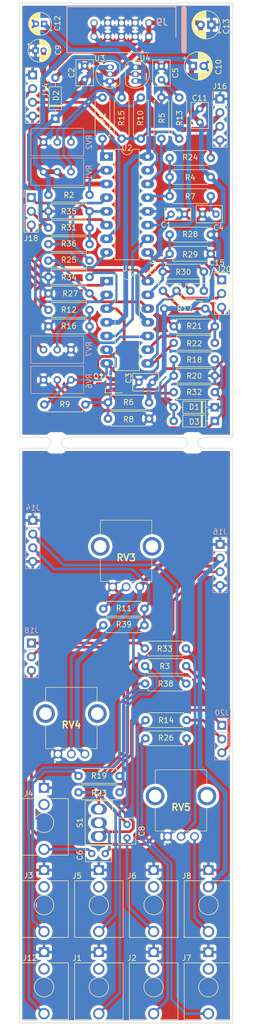
<source format=kicad_pcb>
(kicad_pcb (version 20211014) (generator pcbnew)
  (layers (0 "F.Cu" signal) (31 "B.Cu" signal) (34 "B.Paste" user) (35 "F.Paste" user) (36 "B.SilkS" user "B.Silkscreen") (37 "F.SilkS" user "F.Silkscreen") (38 "B.Mask" user) (39 "F.Mask" user) (44 "Edge.Cuts" user))
  (net 0 "")
  (net 1 "Net-(C1-Pad1)")
  (net 2 "GND")
  (net 3 "-5VA")
  (net 4 "+12VA")
  (net 5 "Net-(C4-Pad1)")
  (net 6 "Net-(C5-Pad1)")
  (net 7 "-12VA")
  (net 8 "+5VA")
  (net 9 "Net-(C14-Pad1)")
  (net 10 "/SAW_RAW")
  (net 11 "Net-(C15-Pad1)")
  (net 12 "/PULSE_RAW")
  (net 13 "Net-(D1-Pad2)")
  (net 14 "Net-(D3-Pad1)")
  (net 15 "/SIN_RAW")
  (net 16 "/CV_NODE")
  (net 17 "/LINFM_IN")
  (net 18 "/PWM_IN")
  (net 19 "/HARD_SYNC")
  (net 20 "/SOFT_SYNC")
  (net 21 "/TRI_RAW")
  (net 22 "Net-(Q1-Pad1)")
  (net 23 "Net-(Q1-Pad2)")
  (net 24 "Net-(R1-Pad1)")
  (net 25 "Net-(R1-Pad2)")
  (net 26 "Net-(R2-Pad2)")
  (net 27 "/LIN_FM")
  (net 28 "Net-(R5-Pad1)")
  (net 29 "Net-(R6-Pad1)")
  (net 30 "Net-(R10-Pad1)")
  (net 31 "/SAW_OUT")
  (net 32 "Net-(R12-Pad2)")
  (net 33 "/PULSE_OUT")
  (net 34 "Net-(R25-Pad2)")
  (net 35 "Net-(RV2-Pad1)")
  (net 36 "Net-(RV7-Pad2)")
  (net 37 "/TRIANGLE_OUT")
  (net 38 "Net-(C6-Pad2)")
  (net 39 "/SYNC")
  (net 40 "/LINFM")
  (net 42 "/TRI")
  (net 44 "/SAW")
  (net 46 "/CV1")
  (net 49 "/CV2")
  (net 52 "/PULSE")
  (net 53 "/PWM")
  (net 55 "/SIN")
  (net 56 "Net-(R11-Pad1)")
  (net 57 "Net-(R33-Pad1)")
  (net 58 "Net-(R39-Pad1)")
  (footprint "Capacitor_THT:CP_Radial_D5.0mm_P2.00mm" (layer "F.Cu") (at 54.48 20.05708 180)
    (fp_text reference "C13")
    (fp_text value "10u")
  )
  (footprint "Resistor_THT:R_Axial_DIN0207_L6.3mm_D2.5mm_P7.62mm_Horizontal" (layer "F.Cu") (at 24.271 51.55508)
    (fp_text reference "R2")
    (fp_text value "5.6k")
  )
  (footprint "Connector_PinHeader_2.54mm:PinHeader_1x04_P2.54mm_Vertical" (layer "F.Cu") (at 56.06 33.78708)
    (fp_text reference "J16")
    (fp_text value "Top Right (M)")
  )
  (footprint "Resistor_THT:R_Axial_DIN0207_L6.3mm_D2.5mm_P7.62mm_Horizontal" (layer "F.Cu") (at 42.193 142.133)
    (fp_text reference "R38")
    (fp_text value "1k")
  )
  (footprint "Capacitor_THT:C_Rect_L4.6mm_W3.0mm_P2.50mm_MKS02_FKP02" (layer "F.Cu") (at 32.303 173.636)
    (fp_text reference "C6")
    (fp_text value "10n")
  )
  (footprint "Resistor_THT:R_Axial_DIN0207_L6.3mm_D2.5mm_P7.62mm_Horizontal" (layer "F.Cu") (at 47.5 78.99308)
    (fp_text reference "R22")
    (fp_text value "100k")
  )
  (footprint "SamacSys_Parts:RD901F4015R1B10K00DL1" (layer "F.Cu") (at 26.028 155.183)
    (fp_text reference "RV4")
    (fp_text value "100k" hide)
  )
  (footprint "Resistor_THT:R_Axial_DIN0207_L6.3mm_D2.5mm_P7.62mm_Horizontal" (layer "F.Cu") (at 53.088 65.79108 180)
    (fp_text reference "R30")
    (fp_text value "100k")
  )
  (footprint "Resistor_THT:R_Axial_DIN0207_L6.3mm_D2.5mm_P7.62mm_Horizontal" (layer "F.Cu") (at 24.271 69.84308)
    (fp_text reference "R27")
    (fp_text value "100k")
  )
  (footprint "Resistor_THT:R_Axial_DIN0207_L6.3mm_D2.5mm_P7.62mm_Horizontal" (layer "F.Cu") (at 54.358 44.721747 180)
    (fp_text reference "R24")
    (fp_text value "1M")
  )
  (footprint "Resistor_THT:R_Axial_DIN0207_L6.3mm_D2.5mm_P7.62mm_Horizontal" (layer "F.Cu") (at 29.843 159.246)
    (fp_text reference "R19")
    (fp_text value "100k")
  )
  (footprint "Resistor_THT:R_Axial_DIN0207_L6.3mm_D2.5mm_P7.62mm_Horizontal" (layer "F.Cu") (at 31.891 63.75308 180)
    (fp_text reference "R25")
    (fp_text value "180k")
  )
  (footprint "Capacitor_THT:C_Rect_L4.6mm_W3.0mm_P2.50mm_MKS02_FKP02" (layer "F.Cu") (at 30.99 27.69108 -90)
    (fp_text reference "C2")
    (fp_text value "100n")
  )
  (footprint "Capacitor_THT:CP_Radial_D4.0mm_P1.50mm" (layer "F.Cu") (at 23.4686 19.88508 180)
    (fp_text reference "C12")
    (fp_text value "1u")
  )
  (footprint "Package_DIP:DIP-14_W7.62mm_LongPads" (layer "F.Cu") (at 35.064 67.56408)
    (fp_text reference "U1")
    (fp_text value "TL074")
  )
  (footprint "Resistor_THT:R_Axial_DIN0207_L6.3mm_D2.5mm_P7.62mm_Horizontal" (layer "F.Cu") (at 42.268 148.908)
    (fp_text reference "R14")
    (fp_text value "1k")
  )
  (footprint "Package_TO_SOT_THT:TO-92_Inline" (layer "F.Cu") (at 35.668 30.48508 90)
    (fp_text reference "U3")
    (fp_text value "79L05")
  )
  (footprint "Resistor_THT:R_Axial_DIN0207_L6.3mm_D2.5mm_P7.62mm_Horizontal" (layer "F.Cu") (at 49.763 135.633 180)
    (fp_text reference "R33")
    (fp_text value "100k")
  )
  (footprint "Resistor_THT:R_Axial_DIN0207_L6.3mm_D2.5mm_P7.62mm_Horizontal" (layer "F.Cu") (at 55.12 88.13708 180)
    (fp_text reference "R32")
    (fp_text value "1k")
  )
  (footprint "Diode_THT:D_DO-35_SOD27_P7.62mm_Horizontal" (layer "F.Cu") (at 25.548 37.46908 90)
    (fp_text reference "D2")
    (fp_text value "1N4148")
  )
  (footprint "Connector_PinHeader_2.54mm:PinHeader_1x03_P2.54mm_Vertical" (layer "F.Cu") (at 21.084 52.07508)
    (fp_text reference "J18")
    (fp_text value "Bottom Left(M)")
  )
  (footprint "Connector_PinHeader_2.54mm:PinHeader_1x03_P2.54mm_Vertical" (layer "F.Cu") (at 56.39 67.32108)
    (fp_text reference "J20")
    (fp_text value "Bottom Right(M)")
  )
  (footprint "Resistor_THT:R_Axial_DIN0207_L6.3mm_D2.5mm_P7.62mm_Horizontal" (layer "F.Cu") (at 46.738 58.93308)
    (fp_text reference "R28")
    (fp_text value "240k")
  )
  (footprint "Resistor_THT:R_Axial_DIN0207_L6.3mm_D2.5mm_P7.62mm_Horizontal" (layer "F.Cu") (at 37.848 41.15308 90)
    (fp_text reference "R15")
    (fp_text value "220k")
  )
  (footprint "Connector_Audio:Jack_3.5mm_QingPu_WQP-PJ398SM_Vertical_CircularHoles" (layer "F.Cu") (at 53.933 191.903)
    (fp_text reference "J7")
    (fp_text value "JACK_2P")
  )
  (footprint "Resistor_THT:R_Axial_DIN0207_L6.3mm_D2.5mm_P7.62mm_Horizontal" (layer "F.Cu") (at 34.447 131.318)
    (fp_text reference "R39")
    (fp_text value "1.5M")
  )
  (footprint "Capacitor_THT:C_Rect_L4.0mm_W2.5mm_P2.50mm" (layer "F.Cu") (at 45.508 69.34708)
    (fp_text reference "C14")
    (fp_text value "10p")
  )
  (footprint "Panelization:mouse-bite-2mm-slot" (layer "F.Cu") (at 25.75 97.52)
    (fp_text reference "mouse-bite-2mm-slot" hide)
    (fp_text value "VAL**" hide)
  )
  (footprint "Resistor_THT:R_Axial_DIN0207_L6.3mm_D2.5mm_P7.62mm_Horizontal" (layer "F.Cu") (at 24.271 60.69908)
    (fp_text reference "R36")
    (fp_text value "10M")
  )
  (footprint "Resistor_THT:R_Axial_DIN0207_L6.3mm_D2.5mm_P7.62mm_Horizontal" (layer "F.Cu") (at 24.271 75.94508)
    (fp_text reference "R16")
    (fp_text value "100k")
  )
  (footprint "Resistor_THT:R_Axial_DIN0207_L6.3mm_D2.5mm_P7.62mm_Horizontal" (layer "F.Cu") (at 54.358 62.48908 180)
    (fp_text reference "R29")
    (fp_text value "91k")
  )
  (footprint "Resistor_THT:R_Axial_DIN0207_L6.3mm_D2.5mm_P7.62mm_Horizontal" (layer "F.Cu") (at 31.891 54.60908 180)
    (fp_text reference "R35")
    (fp_text value "200k")
  )
  (footprint "Resistor_THT:R_Axial_DIN0207_L6.3mm_D2.5mm_P7.62mm_Horizontal" (layer "F.Cu") (at 34.447 128.27)
    (fp_text reference "R11")
    (fp_text value "47k")
  )
  (footprint "Resistor_THT:R_Axial_DIN0207_L6.3mm_D2.5mm_P7.62mm_Horizontal" (layer "F.Cu") (at 23.509 90.42308)
    (fp_text reference "R9")
    (fp_text value "100k")
  )
  (footprint "Capacitor_THT:C_Rect_L4.6mm_W3.0mm_P2.50mm_MKS02_FKP02" (layer "F.Cu") (at 43.56 86.29508 180)
    (fp_text reference "C3")
    (fp_text value "100n")
  )
  (footprint "Resistor_THT:R_Axial_DIN0207_L6.3mm_D2.5mm_P7.62mm_Horizontal" (layer "F.Cu") (at 24.271 57.65708)
    (fp_text reference "R31")
    (fp_text value "100k")
  )
  (footprint "Package_TO_SOT_SMD:SOT-23_Handsoldering" (layer "F.Cu") (at 35.56 86.68508 180)
    (fp_text reference "Q1")
    (fp_text value "MMBFJ201")
  )
  (footprint "Resistor_THT:R_Axial_DIN0207_L6.3mm_D2.5mm_P7.62mm_Horizontal" (layer "F.Cu") (at 31.891 66.79508 180)
    (fp_text reference "R34")
    (fp_text value "1k")
  )
  (footprint "Resistor_THT:R_Axial_DIN0207_L6.3mm_D2.5mm_P7.62mm_Horizontal" (layer "F.Cu") (at 24.271 72.89708)
    (fp_text reference "R12")
    (fp_text value "100k")
  )
  (footprint "Resistor_THT:R_Axial_DIN0207_L6.3mm_D2.5mm_P7.62mm_Horizontal" (layer "F.Cu") (at 34.292 33.53308 -90)
    (fp_text reference "R1")
    (fp_text value "24k")
  )
  (footprint "Capacitor_THT:CP_Radial_D5.0mm_P2.00mm" (layer "F.Cu") (at 51.056 27.68508)
    (fp_text reference "C10")
    (fp_text value "10u")
  )
  (footprint "Capacitor_THT:C_Rect_L4.6mm_W3.0mm_P2.50mm_MKS02_FKP02" (layer "F.Cu") (at 55.334 55.135747 180)
    (fp_text reference "C4")
    (fp_text value "10n")
  )
  (footprint "Capacitor_THT:C_Rect_L4.6mm_W3.0mm_P2.50mm_MKS02_FKP02" (layer "F.Cu") (at 45.214 30.23108 90)
    (fp_text reference "C5")
    (fp_text value "10n")
  )
  (footprint "Package_DIP:DIP-16_W7.62mm_LongPads" (layer "F.Cu") (at 35.039 44.47008)
    (fp_text reference "U2")
    (fp_text value "AS3340")
  )
  (footprint "Resistor_THT:R_Axial_DIN0207_L6.3mm_D2.5mm_P7.62mm_Horizontal" (layer "F.Cu") (at 35.308 90.03508)
    (fp_text reference "R6")
    (fp_text value "240k")
  )
  (footprint "Resistor_THT:R_Axial_DIN0207_L6.3mm_D2.5mm_P7.62mm_Horizontal" (layer "F.Cu") (at 45.214 41.14708 90)
    (fp_text reference "R5")
    (fp_text value "1.8k")
  )
  (footprint "Connector_Audio:Jack_3.5mm_QingPu_WQP-PJ398SM_Vertical_CircularHoles" (layer "F.Cu") (at 33.613 191.903)
    (fp_text reference "J1")
    (fp_text value "JACK_2P")
  )
  (footprint "Capacitor_THT:C_Rect_L4.6mm_W3.0mm_P2.50mm_MKS02_FKP02" (layer "F.Cu") (at 38.853 170.733 90)
    (fp_text reference "C8")
    (fp_text value "10n")
  )
  (footprint "Resistor_THT:R_Axial_DIN0207_L6.3mm_D2.5mm_P7.62mm_Horizontal" (layer "F.Cu") (at 53.342 72.64908 180)
    (fp_text reference "R17")
    (fp_text value "240k")
  )
  (footprint "Resistor_THT:R_Axial_DIN0207_L6.3mm_D2.5mm_P7.62mm_Horizontal" (layer "F.Cu") (at 46.738 51.808414)
    (fp_text reference "R7")
    (fp_text value "470")
  )
  (footprint "Package_TO_SOT_THT:TO-92_Inline" (layer "F.Cu") (at 40.388 27.94508 -90)
    (fp_text reference "U4")
    (fp_text value "LP2950")
  )
  (footprint "Diode_THT:D_DO-35_SOD27_P7.62mm_Horizontal" (layer "F.Cu") (at 55.12 93.47108 180)
    (fp_text reference "D3")
    (fp_text value "1N4148")
  )
  (footprint "Connector_Audio:Jack_3.5mm_QingPu_WQP-PJ398SM_Vertical_CircularHoles" (layer "F.Cu") (at 43.773 191.903)
    (fp_text reference "J2")
    (fp_text value "JACK_2P")
  )
  (footprint "Resistor_THT:R_Axial_DIN0207_L6.3mm_D2.5mm_P7.62mm_Horizontal" (layer "F.Cu") (at 55.12 82.04108 180)
    (fp_text reference "R18")
    (fp_text value "1M")
  )
  (footprint "Capacitor_THT:C_Rect_L4.0mm_W2.5mm_P2.50mm" (layer "F.Cu") (at 50.588 69.34708)
    (fp_text reference "C15")
    (fp_text value "10p")
  )
  (footprint "Connector_Audio:Jack_3.5mm_QingPu_WQP-PJ398SM_Vertical_CircularHoles" (layer "F.Cu") (at 23.453 161.448)
    (fp_text reference "J4")
    (fp_text value "JACK_2P")
  )
  (footprint "Capacitor_THT:C_Rect_L4.6mm_W3.0mm_P2.50mm_MKS02_FKP02" (layer "F.Cu") (at 52.326 38.10508 90)
    (fp_text reference "C11")
    (fp_text value "100n")
  )
  (footprint "Resistor_THT:R_Axial_DIN0207_L6.3mm_D2.5mm_P7.62mm_Horizontal" (layer "F.Cu") (at 48.516 33.53308 -90)
    (fp_text reference "R13")
    (fp_text value "470")
  )
  (footprint "Resistor_THT:R_Axial_DIN0207_L6.3mm_D2.5mm_P7.62mm_Horizontal" (layer "F.Cu") (at 42.928 93.03508 180)
    (fp_text reference "R8")
    (fp_text value "91k")
  )
  (footprint "Panelization:mouse-bite-2mm-slot" (layer "F.Cu") (at 51 97.52)
    (fp_text reference "mouse-bite-2mm-slot" hide)
    (fp_text value "VAL**" hide)
  )
  (footprint "Kicad Libraries:200MSP1T1B1M1RE" (layer "F.Cu") (at 33.613 167.928 90)
    (fp_text reference "S1")
    (fp_text value "TS-01")
  )
  (footprint "SamacSys_Parts:RD901F4015R1B10K00DL1" (layer "F.Cu") (at 36.178 124.208)
    (fp_text reference "RV3")
    (fp_text value "10k" hide)
  )
  (footprint "Connector_Audio:Jack_3.5mm_QingPu_WQP-PJ398SM_Vertical_CircularHoles" (layer "F.Cu") (at 43.773 176.688)
    (fp_text reference "J6")
    (fp_text value "JACK_2P")
  )
  (footprint "SamacSys_Parts:RD901F4015R1B10K00DL1" (layer "F.Cu") (at 46.353 170.458)
    (fp_text reference "RV5")
    (fp_text value "100k" hide)
  )
  (footprint "Resistor_THT:R_Axial_DIN0207_L6.3mm_D2.5mm_P7.62mm_Horizontal" (layer "F.Cu") (at 41.404 33.53308 -90)
    (fp_text reference "R10")
    (fp_text value "470k")
  )
  (footprint "Connector_Audio:Jack_3.5mm_QingPu_WQP-PJ398SM_Vertical_CircularHoles" (layer "F.Cu") (at 23.453 191.903)
    (fp_text reference "J12")
    (fp_text value "JACK_2P")
  )
  (footprint "Connector_Audio:Jack_3.5mm_QingPu_WQP-PJ398SM_Vertical_CircularHoles" (layer "F.Cu") (at 53.933 176.688)
    (fp_text reference "J8")
    (fp_text value "JACK_2P")
  )
  (footprint "Resistor_THT:R_Axial_DIN0207_L6.3mm_D2.5mm_P7.62mm_Horizontal" (layer "F.Cu") (at 46.738 48.26508)
    (fp_text reference "R4")
    (fp_text value "1.5M")
  )
  (footprint "Capacitor_THT:CP_Radial_D4.0mm_P1.50mm" (layer "F.Cu") (at 21.873401 24.83508)
    (fp_text reference "C9")
    (fp_text value "1u")
  )
  (footprint "Resistor_THT:R_Axial_DIN0207_L6.3mm_D2.5mm_P7.62mm_Horizontal" (layer "F.Cu") (at 42.253 152.283)
    (fp_text reference "R26")
    (fp_text value "1k")
  )
  (footprint "Connector_PinHeader_2.54mm:PinHeader_1x04_P2.54mm_Vertical" (layer "F.Cu") (at 21.338 29.34108)
    (fp_text reference "J14")
    (fp_text value "Top Left(M)")
  )
  (footprint "Resistor_THT:R_Axial_DIN0207_L6.3mm_D2.5mm_P7.62mm_Horizontal" (layer "F.Cu") (at 47.5 75.94508)
    (fp_text reference "R21")
    (fp_text value "91k")
  )
  (footprint "Connector_Audio:Jack_3.5mm_QingPu_WQP-PJ398SM_Vertical_CircularHoles" (layer "F.Cu") (at 23.453 176.688)
    (fp_text reference "J3")
    (fp_text value "JACK_2P")
  )
  (footprint "Resistor_THT:R_Axial_DIN0207_L6.3mm_D2.5mm_P7.62mm_Horizontal" (layer "F.Cu") (at 47.5 85.08908)
    (fp_text reference "R20")
    (fp_text value "1M")
  )
  (footprint "Resistor_THT:R_Axial_DIN0207_L6.3mm_D2.5mm_P7.62mm_Horizontal" (layer "F.Cu") (at 29.853 162.283)
    (fp_text reference "R23")
    (fp_text value "100k")
  )
  (footprint "Resistor_THT:R_Axial_DIN0207_L6.3mm_D2.5mm_P7.62mm_Horizontal" (layer "F.Cu") (at 42.193 138.883)
    (fp_text reference "R3")
    (fp_text value "1k")
  )
  (footprint "Diode_THT:D_DO-35_SOD27_P7.62mm_Horizontal" (layer "F.Cu") (at 55.12 90.93108 180)
    (fp_text reference "D1")
    (fp_text value "1N4148")
  )
  (footprint "Capacitor_THT:C_Rect_L4.6mm_W2.0mm_P2.50mm_MKS02_FKP02" (layer "F.Cu") (at 46.992 55.148414)
    (fp_text reference "C1")
    (fp_text value "1n")
  )
  (footprint "Connector_Audio:Jack_3.5mm_QingPu_WQP-PJ398SM_Vertical_CircularHoles" (layer "F.Cu") (at 33.613 176.688)
    (fp_text reference "J5")
    (fp_text value "JACK_2P")
  )
  (footprint "Connector_PinHeader_2.54mm:PinHeader_1x03_P2.54mm_Vertical" (layer "B.Cu") (at 56.423 149.866 180)
    (fp_text reference "J20")
    (fp_text value "Bottom Right(M)")
  )
  (footprint "SamacSys_Parts:SHDR10W50P254_2X5_2020X850X920P" (layer "B.Cu") (at 42.886 22.23508 180)
    (fp_text reference "J9")
    (fp_text value "PWR" hide)
  )
  (footprint "Potentiometer_THT:Potentiometer_Bourns_3296W_Vertical" (layer "B.Cu") (at 28.448 85.85108)
    (fp_text reference "RV6")
    (fp_text value "10K")
  )
  (footprint "Connector_PinHeader_2.54mm:PinHeader_1x04_P2.54mm_Vertical" (layer "B.Cu") (at 56.093 116.332 180)
    (fp_text reference "J16")
    (fp_text value "Top Right (M)")
  )
  (footprint "Potentiometer_THT:Potentiometer_Bourns_3296W_Vertical" (layer "B.Cu") (at 28.448 41.78708)
    (fp_text reference "RV2")
    (fp_text value "10K")
  )
  (footprint "Potentiometer_THT:Potentiometer_Bourns_3296W_Vertical" (layer "B.Cu") (at 28.448 80.26308)
    (fp_text reference "RV7")
    (fp_text value "10K")
  )
  (footprint "Connector_PinHeader_2.54mm:PinHeader_1x03_P2.54mm_Vertical" (layer "B.Cu") (at 21.117 134.62 180)
    (fp_text reference "J18")
    (fp_text value "Bottom Left(M)")
  )
  (footprint "Potentiometer_THT:Potentiometer_Bourns_3296W_Vertical" (layer "B.Cu") (at 28.446 47.28508)
    (fp_text reference "RV1")
    (fp_text value "10K")
  )
  (footprint "Connector_PinHeader_2.54mm:PinHeader_1x04_P2.54mm_Vertical" (layer "B.Cu") (at 21.371 111.886 180)
    (fp_text reference "J14")
    (fp_text value "Top Left(M)")
  )
  (gr_line (start 49.4 24.85708) (end 49.4 17.07708) (layer "B.SilkS") (width 1))
  (gr_line (start 44.05 66.49508) (end 44.91 67.68508) (layer "F.SilkS") (width 0.15))
  (gr_line (start 54.89 64.97508) (end 53.96 67.77508) (layer "F.SilkS") (width 0.15))
  (gr_line (start 58.42 196) (end 58.42 205.02) (layer "Edge.Cuts") (width 0.1))
  (gr_line (start 18.92 205.02) (end 58.42 205.02) (layer "Edge.Cuts") (width 0.1))
  (gr_arc (start 49 96.52) (mid 50 97.52) (end 49 98.52) (layer "Edge.Cuts") (width 0.1))
  (gr_line (start 58.42 133) (end 58.42 196) (layer "Edge.Cuts") (width 0.1))
  (gr_line (start 18.92 98.52) (end 18.92 205.02) (layer "Edge.Cuts") (width 0.1))
  (gr_arc (start 23.75 96.52) (mid 24.75 97.52) (end 23.75 98.52) (layer "Edge.Cuts") (width 0.1))
  (gr_line (start 18.92 16.00708) (end 58.42 16.00708) (layer "Edge.Cuts") (width 0.1))
  (gr_line (start 58.42 98.52) (end 58.42 104) (layer "Edge.Cuts") (width 0.1))
  (gr_arc (start 53 98.52) (mid 52 97.52) (end 53 96.52) (layer "Edge.Cuts") (width 0.1))
  (gr_line (start 58.42 104) (end 58.42 108) (layer "Edge.Cuts") (width 0.1))
  (gr_line (start 53 96.52) (end 58.42 96.52) (layer "Edge.Cuts") (width 0.1))
  (gr_line (start 58.42 129) (end 58.42 133) (layer "Edge.Cuts") (width 0.1))
  (gr_line (start 27.75 96.52) (end 49 96.52) (layer "Edge.Cuts") (width 0.1))
  (gr_line (start 23.75 98.52) (end 18.92 98.52) (layer "Edge.Cuts") (width 0.1))
  (gr_line (start 58.42 16.00708) (end 58.42 96.52) (layer "Edge.Cuts") (width 0.1))
  (gr_arc (start 27.75 98.52) (mid 26.75 97.52) (end 27.75 96.52) (layer "Edge.Cuts") (width 0.1))
  (gr_line (start 18.92 96.52) (end 23.75 96.52) (layer "Edge.Cuts") (width 0.1))
  (gr_line (start 49 98.52) (end 27.75 98.52) (layer "Edge.Cuts") (width 0.1))
  (gr_line (start 18.92 96.52) (end 18.92 16.00708) (layer "Edge.Cuts") (width 0.1))
  (gr_line (start 53 98.52) (end 58.42 98.52) (layer "Edge.Cuts") (width 0.1))
  (gr_line (start 58.42 129) (end 58.42 108) (layer "Edge.Cuts") (width 0.1))
  (segment (start 42.659 57.17008) (end 44.970334 57.17008) (width 0.5) (layer "B.Cu") (net 1))
  (segment (start 44.970334 57.17008) (end 46.992 55.148414) (width 0.5) (layer "B.Cu") (net 1))
  (segment (start 29.887489 31.293591) (end 24.154511 31.293591) (width 0.89) (layer "F.Cu") (net 3))
  (segment (start 25.906 47.28508) (end 23.366 47.28508) (width 0.89) (layer "F.Cu") (net 3))
  (segment (start 24.154511 31.293591) (end 23.373401 30.512481) (width 0.89) (layer "F.Cu") (net 3))
  (segment (start 35.039 49.55008) (end 28.171 49.55008) (width 0.89) (layer "F.Cu") (net 3))
  (segment (start 30.99 30.19108) (end 29.887489 31.293591) (width 0.89) (layer "F.Cu") (net 3))
  (segment (start 28.171 49.55008) (end 25.906 47.28508) (width 0.89) (layer "F.Cu") (net 3))
  (segment (start 23.373401 30.512481) (end 23.373401 24.83508) (width 0.89) (layer "F.Cu") (net 3))
  (segment (start 21.846 40.91708) (end 21.846 45.76508) (width 0.89) (layer "B.Cu") (net 3))
  (segment (start 25.294 37.46908) (end 21.846 40.91708) (width 0.89) (layer "B.Cu") (net 3))
  (segment (start 35.668 27.94508) (end 33.236 27.94508) (width 0.89) (layer "B.Cu") (net 3))
  (segment (start 30.99 32.02708) (end 25.548 37.46908) (width 0.89) (layer "B.Cu") (net 3))
  (segment (start 25.548 37.46908) (end 25.294 37.46908) (width 0.89) (layer "B.Cu") (net 3))
  (segment (start 33.236 27.94508) (end 30.99 30.19108) (width 0.89) (layer "B.Cu") (net 3))
  (segment (start 21.846 45.76508) (end 23.366 47.28508) (width 0.89) (layer "B.Cu") (net 3))
  (segment (start 24.271 48.19008) (end 24.271 51.55508) (width 0.89) (layer "B.Cu") (net 3))
  (segment (start 23.366 47.28508) (end 24.271 48.19008) (width 0.89) (layer "B.Cu") (net 3))
  (segment (start 30.99 30.19108) (end 30.99 32.02708) (width 0.89) (layer "B.Cu") (net 3))
  (segment (start 32.726 19.69508) (end 32.726 22.23508) (width 0.89) (layer "F.Cu") (net 4))
  (segment (start 52.326 38.10508) (end 50.81 36.58908) (width 0.89) (layer "F.Cu") (net 4))
  (segment (start 50.81 27.93108) (end 51.056 27.68508) (width 0.89) (layer "F.Cu") (net 4))
  (segment (start 50.81 36.58908) (end 50.81 27.93108) (width 0.89) (layer "F.Cu") (net 4))
  (segment (start 56.678511 50.585591) (end 54.358 48.26508) (width 0.89) (layer "B.Cu") (net 4))
  (segment (start 41.896 26.66208) (end 42.171511 26.386569) (width 0.89) (layer "B.Cu") (net 4))
  (segment (start 56.678511 56.612569) (end 56.678511 50.585591) (width 0.89) (layer "B.Cu") (net 4))
  (segment (start 52.63 46.53708) (end 54.358 48.26508) (width 0.89) (layer "B.Cu") (net 4))
  (segment (start 41.896 30.48508) (end 41.896 27.18508) (width 0.89) (layer "B.Cu") (net 4))
  (segment (start 39.146 23.58508) (end 34.076 23.58508) (width 0.89) (layer "B.Cu") (net 4))
  (segment (start 45.722 72.64908) (end 45.722 84.07908) (width 0.89) (layer "B.Cu") (net 4))
  (segment (start 42.928 86.87308) (end 42.928 90.03508) (width 0.89) (layer "B.Cu") (net 4))
  (segment (start 42.659 44.47008) (end 42.848511 44.280569) (width 0.89) (layer "B.Cu") (net 4))
  (segment (start 52.162174 71.11908) (end 53.85 71.11908) (width 0.89) (layer "B.Cu") (net 4))
  (segment (start 38.61 73.91308) (end 37.339 75.18408) (width 0.89) (layer "B.Cu") (net 4))
  (segment (start 55.802511 60.377591) (end 54.358 58.93308) (width 0.89) (layer "B.Cu") (net 4))
  (segment (start 52.326 38.10508) (end 52.63 38.40908) (width 0.89) (layer "B.Cu") (net 4))
  (segment (start 34.076 23.58508) (end 32.726 22.23508) (width 0.89) (layer "B.Cu") (net 4))
  (segment (start 53.85 71.11908) (end 54.612 70.35708) (width 0.89) (layer "B.Cu") (net 4))
  (segment (start 41.896 26.33508) (end 39.146 23.58508) (width 0.89) (layer "B.Cu") (net 4))
  (segment (start 37.339 75.18408) (end 35.064 75.18408) (width 0.89) (layer "B.Cu") (net 4))
  (segment (start 41.896 27.18508) (end 41.896 26.33508) (width 0.89) (layer "B.Cu") (net 4))
  (segment (start 38.61 46.22708) (end 38.61 73.91308) (width 0.89) (layer "B.Cu") (net 4))
  (segment (start 54.612 70.35708) (end 54.612 64.51508) (width 0.89) (layer "B.Cu") (net 4))
  (segment (start 49.757489 26.386569) (end 51.056 27.68508) (width 0.89) (layer "B.Cu") (net 4))
  (segment (start 42.659 44.47008) (end 40.367 44.47008) (width 0.89) (layer "B.Cu") (net 4))
  (segment (start 41.896 27.18508) (end 41.896 26.66208) (width 0.89) (layer "B.Cu") (net 4))
  (segment (start 45.722 84.07908) (end 42.928 86.87308) (width 0.89) (layer "B.Cu") (net 4))
  (segment (start 54.612 64.51508) (end 55.802511 63.324569) (width 0.89) (layer "B.Cu") (net 4))
  (segment (start 50.632174 72.64908) (end 52.162174 71.11908) (width 0.89) (layer "B.Cu") (net 4))
  (segment (start 40.388 30.48508) (end 41.896 30.48508) (width 0.89) (layer "B.Cu") (net 4))
  (segment (start 40.367 44.47008) (end 38.61 46.22708) (width 0.89) (layer "B.Cu") (net 4))
  (segment (start 55.802511 63.324569) (end 55.802511 60.377591) (width 0.89) (layer "B.Cu") (net 4))
  (segment (start 41.896 30.48508) (end 42.848511 31.437591) (width 0.89) (layer "B.Cu") (net 4))
  (segment (start 45.722 72.64908) (end 50.632174 72.64908) (width 0.89) (layer "B.Cu") (net 4))
  (segment (start 42.848511 44.280569) (end 42.848511 31.437591) (width 0.89) (layer "B.Cu") (net 4))
  (segment (start 42.171511 26.386569) (end 49.757489 26.386569) (width 0.89) (layer "B.Cu") (net 4))
  (segment (start 54.358 58.93308) (end 56.678511 56.612569) (width 0.89) (layer "B.Cu") (net 4))
  (segment (start 52.63 38.40908) (end 52.63 46.53708) (width 0.89) (layer "B.Cu") (net 4))
  (segment (start 54.358 54.159747) (end 55.334 55.135747) (width 0.5) (layer "B.Cu") (net 5))
  (segment (start 54.358 51.808414) (end 54.358 54.159747) (width 0.5) (layer "B.Cu") (net 5))
  (segment (start 45.214 30.23108) (end 48.516 33.53308) (width 0.5) (layer "B.Cu") (net 6))
  (segment (start 36.553978 29.21508) (end 42.886 22.883058) (width 0.89) (layer "F.Cu") (net 7))
  (segment (start 42.886 22.883058) (end 42.886 22.23508) (width 0.89) (layer "F.Cu") (net 7))
  (segment (start 35.668 29.21508) (end 36.553978 29.21508) (width 0.89) (layer "F.Cu") (net 7))
  (segment (start 52.48 21.18845) (end 54.500511 23.208961) (width 0.89) (layer "F.Cu") (net 7))
  (segment (start 54.500511 23.208961) (end 54.500511 33.430569) (width 0.89) (layer "F.Cu") (net 7))
  (segment (start 29.050511 26.346569) (end 32.190538 26.346569) (width 0.89) (layer "F.Cu") (net 7))
  (segment (start 25.548 29.84908) (end 29.050511 26.346569) (width 0.89) (layer "F.Cu") (net 7))
  (segment (start 52.48 20.05708) (end 52.48 21.18845) (width 0.89) (layer "F.Cu") (net 7))
  (segment (start 32.190538 26.346569) (end 35.059049 29.21508) (width 0.89) (layer "F.Cu") (net 7))
  (segment (start 42.886 19.69508) (end 52.118 19.69508) (width 0.89) (layer "F.Cu") (net 7))
  (segment (start 54.500511 33.430569) (end 52.326 35.60508) (width 0.89) (layer "F.Cu") (net 7))
  (segment (start 52.118 19.69508) (end 52.48 20.05708) (width 0.89) (layer "F.Cu") (net 7))
  (segment (start 42.886 19.69508) (end 42.886 22.23508) (width 0.89) (layer "F.Cu") (net 7))
  (segment (start 50.294 53.33908) (end 51.31 54.35508) (width 0.89) (layer "B.Cu") (net 7))
  (segment (start 51.31 54.35508) (end 51.31 55.87908) (width 0.89) (layer "B.Cu") (net 7))
  (segment (start 51.31 55.87908) (end 50.04 57.14908) (width 0.89) (layer "B.Cu") (net 7))
  (segment (start 44.96 58.41908) (end 44.96 62.391939) (width 0.89) (layer "B.Cu") (net 7))
  (segment (start 40.81448 73.31456) (end 42.684 75.18408) (width 0.89) (layer "B.Cu") (net 7))
  (segment (start 50.04 57.14908) (end 46.256376 57.14908) (width 0.89) (layer "B.Cu") (net 7))
  (segment (start 45.340856 58.0646) (end 45.31448 58.0646) (width 0.89) (layer "B.Cu") (net 7))
  (segment (start 44.96 62.391939) (end 40.81448 66.537459) (width 0.89) (layer "B.Cu") (net 7))
  (segment (start 46.256376 57.14908) (end 45.340856 58.0646) (width 0.89) (layer "B.Cu") (net 7))
  (segment (start 40.81448 66.537459) (end 40.81448 73.31456) (width 0.89) (layer "B.Cu") (net 7))
  (segment (start 45.31448 58.0646) (end 44.96 58.41908) (width 0.89) (layer "B.Cu") (net 7))
  (segment (start 50.294 37.63708) (end 50.294 53.33908) (width 0.89) (layer "B.Cu") (net 7))
  (segment (start 52.326 35.60508) (end 50.294 37.63708) (width 0.89) (layer "B.Cu") (net 7))
  (segment (start 42.028 27.94508) (end 40.388 27.94508) (width 0.89) (layer "F.Cu") (net 8))
  (segment (start 56.39 36.32708) (end 53.267489 39.449591) (width 0.89) (layer "F.Cu") (net 8))
  (segment (start 41.178 124.079) (end 41.178 124.208) (width 0.89) (layer "F.Cu") (net 8))
  (segment (start 46.131 119.126) (end 41.178 124.079) (width 0.89) (layer "F.Cu") (net 8))
  (segment (start 56.175 119.126) (end 46.131 119.126) (width 0.89) (layer "F.Cu") (net 8))
  (segment (start 53.267489 39.449591) (end 49.093663 39.449591) (width 0.89) (layer "F.Cu") (net 8))
  (segment (start 49.093663 39.449591) (end 42.928 33.283928) (width 0.89) (layer "F.Cu") (net 8))
  (segment (start 42.928 28.84508) (end 42.028 27.94508) (width 0.89) (layer "F.Cu") (net 8))
  (segment (start 42.928 33.283928) (end 42.928 28.84508) (width 0.89) (layer "F.Cu") (net 8))
  (segment (start 56.200989 119.100011) (end 56.175 119.126) (width 0.89) (layer "F.Cu") (net 8))
  (segment (start 29.621 153.776) (end 31.028 155.183) (width 0.89) (layer "B.Cu") (net 8))
  (segment (start 29.621 138.186848) (end 29.621 153.776) (width 0.89) (layer "B.Cu") (net 8))
  (segment (start 57.053 176.668) (end 53.933 179.788) (width 0.89) (layer "B.Cu") (net 8))
  (segment (start 23.2226 37.999666) (end 23.2226 29.90848) (width 0.89) (layer "B.Cu") (net 8))
  (segment (start 41.178 126.629848) (end 29.621 138.186848) (width 0.89) (layer "B.Cu") (net 8))
  (segment (start 39.779049 27.94508) (end 37.848 29.876129) (width 0.89) (layer "B.Cu") (net 8))
  (segment (start 20.722 48.724058) (end 20.722001 40.500265) (width 0.89) (layer "B.Cu") (net 8))
  (segment (start 37.848 29.876129) (end 37.848 33.53308) (width 0.89) (layer "B.Cu") (net 8))
  (segment (start 23.2226 29.90848) (end 28.3186 24.81248) (width 0.89) (layer "B.Cu") (net 8))
  (segment (start 40.388 27.94508) (end 39.779049 27.94508) (width 0.89) (layer "B.Cu") (net 8))
  (segment (start 36.946 24.73508) (end 28.3186 24.73508) (width 0.89) (layer "B.Cu") (net 8))
  (segment (start 40.156 27.94508) (end 36.946 24.73508) (width 0.89) (layer "B.Cu") (net 8))
  (segment (start 24.271 57.65708) (end 22.754 56.14008) (width 0.89) (layer "B.Cu") (net 8))
  (segment (start 40.388 27.94508) (end 40.156 27.94508) (width 0.89) (layer "B.Cu") (net 8))
  (segment (start 56.423 118.878) (end 52.343 122.958) (width 0.89) (layer "B.Cu") (net 8))
  (segment (start 28.3186 24.73508) (end 23.4686 19.88508) (width 0.89) (layer "B.Cu") (net 8))
  (segment (start 20.722001 40.500265) (end 23.2226 37.999666) (width 0.89) (layer "B.Cu") (net 8))
  (segment (start 52.343 136.947958) (end 52.350509 136.955467) (width 0.89) (layer "B.Cu") (net 8))
  (segment (start 28.3186 24.81248) (end 28.3186 24.73508) (width 0.89) (layer "B.Cu") (net 8))
  (segment (start 52.343 122.958) (end 52.343 136.947958) (width 0.89) (layer "B.Cu") (net 8))
  (segment (start 22.754 56.14008) (end 22.754 50.756058) (width 0.89) (layer "B.Cu") (net 8))
  (segment (start 57.053 162.306) (end 57.053 176.668) (width 0.89) (layer "B.Cu") (net 8))
  (segment (start 52.350509 157.603509) (end 57.053 162.306) (width 0.89) (layer "B.Cu") (net 8))
  (segment (start 22.754 50.756058) (end 20.722 48.724058) (width 0.89) (layer "B.Cu") (net 8))
  (segment (start 41.178 124.208) (end 41.178 126.629848) (width 0.89) (layer "B.Cu") (net 8))
  (segment (start 52.350509 136.955467) (end 52.350509 157.603509) (width 0.89) (layer "B.Cu") (net 8))
  (segment (start 55.12 75.94508) (end 53.321511 77.743569) (width 0.5) (layer "F.Cu") (net 9))
  (segment (start 53.342 72.64908) (end 48.81 72.64908) (width 0.5) (layer "F.Cu") (net 9))
  (segment (start 45.204511 77.743569) (end 42.684 80.26408) (width 0.5) (layer "F.Cu") (net 9))
  (segment (start 53.321511 77.743569) (end 45.204511 77.743569) (width 0.5) (layer "F.Cu") (net 9))
  (segment (start 48.81 72.64908) (end 45.508 69.34708) (width 0.5) (layer "F.Cu") (net 9))
  (segment (start 53.59 72.64908) (end 55.12 74.17908) (width 0.5) (layer "B.Cu") (net 9))
  (segment (start 53.342 72.64908) (end 53.59 72.64908) (width 0.5) (layer "B.Cu") (net 9))
  (segment (start 55.12 74.17908) (end 55.12 75.94508) (width 0.5) (layer "B.Cu") (net 9))
  (segment (start 55.12 75.94508) (end 55.12 78.99308) (width 0.5) (layer "B.Cu") (net 9))
  (segment (start 55.54 70.70508) (end 49.366 70.70508) (width 0.5) (layer "F.Cu") (net 10))
  (segment (start 43.689 82.80408) (end 42.684 82.80408) (width 0.5) (layer "F.Cu") (net 10))
  (segment (start 56.39 69.85508) (end 55.54 70.70508) (width 0.5) (layer "F.Cu") (net 10))
  (segment (start 52.925 148.908) (end 56.423 152.406) (width 0.5) (layer "F.Cu") (net 10))
  (segment (start 47.5 78.99308) (end 43.689 82.80408) (width 0.5) (layer "F.Cu") (net 10))
  (segment (start 49.888 148.908) (end 52.925 148.908) (width 0.5) (layer "F.Cu") (net 10))
  (segment (start 49.366 70.70508) (end 48.008 69.34708) (width 0.5) (layer "F.Cu") (net 10))
  (segment (start 48.008 69.59508) (end 48.008 69.34708) (width 0.5) (layer "B.Cu") (net 10))
  (segment (start 44.472489 81.015591) (end 44.472489 72.131515) (width 0.5) (layer "B.Cu") (net 10))
  (segment (start 44.472489 72.131515) (end 45.738924 70.86508) (width 0.5) (layer "B.Cu") (net 10))
  (segment (start 45.738924 70.86508) (end 46.738 70.86508) (width 0.5) (layer "B.Cu") (net 10))
  (segment (start 42.684 82.80408) (end 44.472489 81.015591) (width 0.5) (layer "B.Cu") (net 10))
  (segment (start 46.738 70.86508) (end 48.008 69.59508) (width 0.5) (layer "B.Cu") (net 10))
  (segment (start 50.588 69.34708) (end 47.032 65.79108) (width 0.5) (layer "F.Cu") (net 11))
  (segment (start 47.032 65.79108) (end 45.468 65.79108) (width 0.5) (layer "F.Cu") (net 11))
  (segment (start 45.468 65.79108) (end 45.468 67.32008) (width 0.5) (layer "B.Cu") (net 11))
  (segment (start 45.468 67.32008) (end 42.684 70.10408) (width 0.5) (layer "B.Cu") (net 11))
  (segment (start 46.738 62.48908) (end 46.738 58.93308) (width 0.5) (layer "B.Cu") (net 11))
  (segment (start 45.468 63.75908) (end 46.738 62.48908) (width 0.5) (layer "B.Cu") (net 11))
  (segment (start 45.468 65.79108) (end 45.468 63.75908) (width 0.5) (layer "B.Cu") (net 11))
  (segment (start 28.605 170.688) (end 22.763 170.688) (width 0.5) (layer "F.Cu") (net 12))
  (segment (start 22.763 170.688) (end 21.117 169.042) (width 0.5) (layer "F.Cu") (net 12))
  (segment (start 49.873 164.406) (end 42.36148 171.91752) (width 0.5) (layer "F.Cu") (net 12))
  (segment (start 29.83452 171.91752) (end 28.605 170.688) (width 0.5) (layer "F.Cu") (net 12))
  (segment (start 44.933511 64.541569) (end 42.684 66.79108) (width 0.5) (layer "F.Cu") (net 12))
  (segment (start 42.36148 171.91752) (end 29.83452 171.91752) (width 0.5) (layer "F.Cu") (net 12))
  (segment (start 51.838489 64.541569) (end 44.933511 64.541569) (width 0.5) (layer "F.Cu") (net 12))
  (segment (start 40.651 65.53108) (end 42.684 67.56408) (width 0.5) (layer "F.Cu") (net 12))
  (segment (start 21.117 169.042) (end 21.117 139.706) (width 0.5) (layer "F.Cu") (net 12))
  (segment (start 53.088 65.79108) (end 51.838489 64.541569) (width 0.5) (layer "F.Cu") (net 12))
  (segment (start 49.873 152.283) (end 49.873 164.406) (width 0.5) (layer "F.Cu") (net 12))
  (segment (start 21.084 63.49908) (end 23.116 65.53108) (width 0.5) (layer "F.Cu") (net 12))
  (segment (start 42.684 66.79108) (end 42.684 67.56408) (width 0.5) (layer "F.Cu") (net 12))
  (segment (start 23.116 65.53108) (end 40.651 65.53108) (width 0.5) (layer "F.Cu") (net 12))
  (segment (start 21.084 57.15508) (end 21.084 63.49908) (width 0.5) (layer "F.Cu") (net 12))
  (segment (start 53.088 65.79108) (end 53.088 69.34708) (width 0.5) (layer "B.Cu") (net 12))
  (segment (start 47.5 85.08908) (end 44.96 87.62908) (width 0.5) (layer "F.Cu") (net 13))
  (segment (start 38.62 86.68508) (end 34.06 86.68508) (width 0.5) (layer "F.Cu") (net 13))
  (segment (start 39.564 87.62908) (end 38.62 86.68508) (width 0.5) (layer "F.Cu") (net 13))
  (segment (start 44.96 87.62908) (end 39.564 87.62908) (width 0.5) (layer "F.Cu") (net 13))
  (segment (start 45.976 86.61308) (end 47.5 85.08908) (width 0.5) (layer "B.Cu") (net 13))
  (segment (start 47.5 85.08908) (end 47.5 82.04108) (width 0.5) (layer "B.Cu") (net 13))
  (segment (start 47.5 93.47108) (end 47.5 90.42308) (width 0.5) (layer "B.Cu") (net 13))
  (segment (start 47.5 90.93108) (end 45.976 89.40708) (width 0.5) (layer "B.Cu") (net 13))
  (segment (start 45.976 89.40708) (end 45.976 86.61308) (width 0.5) (layer "B.Cu") (net 13))
  (segment (start 53.870489 94.720591) (end 33.659435 94.720591) (width 0.5) (layer "F.Cu") (net 14))
  (segment (start 25.908 86.969156) (end 25.908 85.85108) (width 0.5) (layer "F.Cu") (net 14))
  (segment (start 33.659435 94.720591) (end 25.908 86.969156) (width 0.5) (layer "F.Cu") (net 14))
  (segment (start 55.12 93.47108) (end 53.870489 94.720591) (width 0.5) (layer "F.Cu") (net 14))
  (segment (start 56.39 89.40708) (end 56.39 92.20108) (width 0.5) (layer "B.Cu") (net 14))
  (segment (start 56.39 92.20108) (end 55.12 93.47108) (width 0.5) (layer "B.Cu") (net 14))
  (segment (start 55.12 82.04108) (end 56.369511 83.290591) (width 0.5) (layer "B.Cu") (net 14))
  (segment (start 56.369511 83.290591) (end 56.369511 86.887569) (width 0.5) (layer "B.Cu") (net 14))
  (segment (start 56.369511 86.887569) (end 55.12 88.13708) (width 0.5) (layer "B.Cu") (net 14))
  (segment (start 55.12 88.13708) (end 56.39 89.40708) (width 0.5) (layer "B.Cu") (net 14))
  (segment (start 21.846 69.34108) (end 22.862 68.32508) (width 0.5) (layer "F.Cu") (net 15))
  (segment (start 34.303 68.32508) (end 35.064 67.56408) (width 0.5) (layer "F.Cu") (net 15))
  (segment (start 21.846 67.30908) (end 22.862 68.32508) (width 0.5) (layer "F.Cu") (net 15))
  (segment (start 19.784489 33.434591) (end 21.338 31.88108) (width 0.5) (layer "F.Cu") (net 15))
  (segment (start 23.368 80.26308) (end 21.846 78.74108) (width 0.5) (layer "F.Cu") (net 15))
  (segment (start 22.862 68.32508) (end 34.303 68.32508) (width 0.5) (layer "F.Cu") (net 15))
  (segment (start 21.846 78.74108) (end 21.846 69.34108) (width 0.5) (layer "F.Cu") (net 15))
  (segment (start 19.784489 65.247569) (end 19.784489 33.434591) (width 0.5) (layer "F.Cu") (net 15))
  (segment (start 21.846 67.30908) (end 19.784489 65.247569) (width 0.5) (layer "F.Cu") (net 15))
  (segment (start 48.093 123.926) (end 44.309 120.142) (width 0.5) (layer "B.Cu") (net 15))
  (segment (start 44.309 120.142) (end 27.087 120.142) (width 0.5) (layer "B.Cu") (net 15))
  (segment (start 48.093 140.413) (end 48.093 123.926) (width 0.5) (layer "B.Cu") (net 15))
  (segment (start 49.813 142.133) (end 48.093 140.413) (width 0.5) (layer "B.Cu") (net 15))
  (segment (start 27.087 120.142) (end 21.371 114.426) (width 0.5) (layer "B.Cu") (net 15))
  (segment (start 42.659511 39.897569) (end 47.260489 39.897569) (width 0.5) (layer "F.Cu") (net 16))
  (segment (start 31.116 34.42108) (end 37.848 41.15308) (width 0.5) (layer "F.Cu") (net 16))
  (segment (start 47.260489 39.897569) (end 48.516 41.15308) (width 0.5) (layer "F.Cu") (net 16))
  (segment (start 41.404 41.15308) (end 42.659511 39.897569) (width 0.5) (layer "F.Cu") (net 16))
  (segment (start 21.338 34.42108) (end 31.116 34.42108) (width 0.5) (layer "F.Cu") (net 16))
  (segment (start 40.886489 143.382511) (end 38.14348 146.12552) (width 0.5) (layer "B.Cu") (net 16))
  (segment (start 44.452 44.095992) (end 44.452 45.21708) (width 0.5) (layer "B.Cu") (net 16))
  (segment (start 42.067 128.27) (end 42.866999 127.470001) (width 0.5) (layer "B.Cu") (net 16))
  (segment (start 38.14348 146.12552) (end 38.14348 161.61252) (width 0.5) (layer "B.Cu") (net 16))
  (segment (start 42.866999 123.989999) (end 39.781 120.904) (width 0.5) (layer "B.Cu") (net 16))
  (segment (start 41.813 131.318) (end 40.035 133.096) (width 0.5) (layer "B.Cu") (net 16))
  (segment (start 40.035 133.096) (end 40.035 138.938) (width 0.5) (layer "B.Cu") (net 16))
  (segment (start 48.516 41.15308) (end 47.260489 39.897569) (width 0.5) (layer "B.Cu") (net 16))
  (segment (start 42.78273 140.462) (end 43.65348 141.33275) (width 0.5) (layer "B.Cu") (net 16))
  (segment (start 42.067 128.27) (end 42.067 131.318) (width 0.5) (layer "B.Cu") (net 16))
  (segment (start 43.944 40.438111) (end 43.944 43.587992) (width 0.5) (layer "B.Cu") (net 16))
  (segment (start 42.067 131.318) (end 41.813 131.318) (width 0.5) (layer "B.Cu") (net 16))
  (segment (start 43.65348 141.33275) (end 43.65348 142.439596) (width 0.5) (layer "B.Cu") (net 16))
  (segment (start 42.866999 127.470001) (end 42.866999 123.989999) (width 0.5) (layer "B.Cu") (net 16))
  (segment (start 42.710565 143.382511) (end 40.886489 143.382511) (width 0.5) (layer "B.Cu") (net 16))
  (segment (start 40.035 138.938) (end 41.559 140.462) (width 0.5) (layer "B.Cu") (net 16))
  (segment (start 41.559 140.462) (end 42.78273 140.462) (width 0.5) (layer "B.Cu") (net 16))
  (segment (start 44.484542 39.897569) (end 43.944 40.438111) (width 0.5) (layer "B.Cu") (net 16))
  (segment (start 25.303 120.904) (end 21.371 116.972) (width 0.5) (layer "B.Cu") (net 16))
  (segment (start 21.371 116.972) (end 21.371 116.966) (width 0.5) (layer "B.Cu") (net 16))
  (segment (start 41.404 41.15308) (end 37.848 41.15308) (width 0.5) (layer "B.Cu") (net 16))
  (segment (start 43.65348 142.439596) (end 42.710565 143.382511) (width 0.5) (layer "B.Cu") (net 16))
  (segment (start 47.260489 39.897569) (end 44.484542 39.897569) (width 0.5) (layer "B.Cu") (net 16))
  (segment (start 43.944 43.587992) (end 44.452 44.095992) (width 0.5) (layer "B.Cu") (net 16))
  (segment (start 39.781 120.904) (end 25.303 120.904) (width 0.5) (layer "B.Cu") (net 16))
  (segment (start 38.14348 161.61252) (end 37.473 162.283) (width 0.5) (layer "B.Cu") (net 16))
  (segment (start 44.452 45.21708) (end 42.659 47.01008) (width 0.5) (layer "B.Cu") (net 16))
  (segment (start 34.31252 159.61975) (end 38.95652 154.97575) (width 0.5) (layer "F.Cu") (net 17))
  (segment (start 38.95652 138.74648) (end 40.289 137.414) (width 0.5) (layer "F.Cu") (net 17))
  (segment (start 47.401 132.142076) (end 47.401 126.746) (width 0.5) (layer "F.Cu") (net 17))
  (segment (start 38.95652 154.97575) (end 38.95652 138.74648) (width 0.5) (layer "F.Cu") (net 17))
  (segment (start 42.129076 137.414) (end 47.401 132.142076) (width 0.5) (layer "F.Cu") (net 17))
  (segment (start 34.31252 163.53759) (end 34.31252 159.61975) (width 0.5) (layer "F.Cu") (net 17))
  (segment (start 38.853 168.07807) (end 34.31252 163.53759) (width 0.5) (layer "F.Cu") (net 17))
  (segment (start 54.358 44.721747) (end 54.358 40.56908) (width 0.5) (layer "F.Cu") (net 17))
  (segment (start 40.289 137.414) (end 42.129076 137.414) (width 0.5) (layer "F.Cu") (net 17))
  (segment (start 38.853 168.233) (end 38.853 168.07807) (width 0.5) (layer "F.Cu") (net 17))
  (segment (start 54.358 40.56908) (end 56.06 38.86708) (width 0.5) (layer "F.Cu") (net 17))
  (segment (start 52.729 121.418) (end 56.423 121.418) (width 0.5) (layer "F.Cu") (net 17))
  (segment (start 47.401 126.746) (end 52.729 121.418) (width 0.5) (layer "F.Cu") (net 17))
  (segment (start 22.094 53.08508) (end 30.367 53.08508) (width 0.5) (layer "F.Cu") (net 18))
  (segment (start 21.084 52.07508) (end 22.094 53.08508) (width 0.5) (layer "F.Cu") (net 18))
  (segment (start 30.367 53.08508) (end 31.891 54.60908) (width 0.5) (layer "F.Cu") (net 18))
  (segment (start 41.13 134.62) (end 21.123 134.62) (width 0.5) (layer "F.Cu") (net 18))
  (segment (start 21.123 134.62) (end 21.117 134.626) (width 0.5) (layer "F.Cu") (net 18))
  (segment (start 42.143 135.633) (end 41.13 134.62) (width 0.5) (layer "F.Cu") (net 18))
  (segment (start 31.891 57.65708) (end 31.891 60.69908) (width 0.5) (layer "B.Cu") (net 18))
  (segment (start 31.891 54.60908) (end 31.891 57.65708) (width 0.5) (layer "B.Cu") (net 18))
  (segment (start 35.039 54.63008) (end 31.912 54.63008) (width 0.5) (layer "B.Cu") (net 18))
  (segment (start 31.912 54.63008) (end 31.891 54.60908) (width 0.5) (layer "B.Cu") (net 18))
  (segment (start 33.613 159.33) (end 33.613 165.388) (width 0.5) (layer "F.Cu") (net 19))
  (segment (start 21.084 54.61508) (end 22.602 56.13308) (width 0.5) (layer "F.Cu") (net 19))
  (segment (start 38.257 154.686) (end 33.613 159.33) (width 0.5) (layer "F.Cu") (net 19))
  (segment (start 38.257 137.668) (end 38.257 154.686) (width 0.5) (layer "F.Cu") (net 19))
  (segment (start 22.901 135.382) (end 35.971 135.382) (width 0.5) (layer "F.Cu") (net 19))
  (segment (start 22.602 56.13308) (end 34.002 56.13308) (width 0.5) (layer "F.Cu") (net 19))
  (segment (start 34.002 56.13308) (end 35.039 57.17008) (width 0.5) (layer "F.Cu") (net 19))
  (segment (start 21.117 137.166) (end 22.901 135.382) (width 0.5) (layer "F.Cu") (net 19))
  (segment (start 35.971 135.382) (end 38.257 137.668) (width 0.5) (layer "F.Cu") (net 19))
  (segment (start 40.002511 168.942489) (end 39.361511 169.583489) (width 0.5) (layer "F.Cu") (net 20))
  (segment (start 40.002511 167.682184) (end 40.002511 168.942489) (width 0.5) (layer "F.Cu") (net 20))
  (segment (start 39.65604 148.96896) (end 39.656039 155.265501) (width 0.5) (layer "F.Cu") (net 20))
  (segment (start 39.656039 155.265501) (end 35.01204 159.9095) (width 0.5) (layer "F.Cu") (net 20))
  (segment (start 53.623 147.066) (end 41.559 147.066) (width 0.5) (layer "F.Cu") (net 20))
  (segment (start 39.361511 169.583489) (end 34.497511 169.583489) (width 0.5) (layer "F.Cu") (net 20))
  (segment (start 52.813511 63.738591) (end 44.147511 63.738591) (width 0.5) (layer "F.Cu") (net 20))
  (segment (start 35.01204 159.9095) (end 35.01204 162.691713) (width 0.5) (layer "F.Cu") (net 20))
  (segment (start 34.497511 169.583489) (end 33.613 170.468) (width 0.5) (layer "F.Cu") (net 20))
  (segment (start 56.423 149.866) (end 53.623 147.066) (width 0.5) (layer "F.Cu") (net 20))
  (segment (start 56.39 67.31508) (end 52.813511 63.738591) (width 0.5) (layer "F.Cu") (net 20))
  (segment (start 44.147511 63.738591) (end 42.659 62.25008) (width 0.5) (layer "F.Cu") (net 20))
  (segment (start 41.559 147.066) (end 39.65604 148.96896) (width 0.5) (layer "F.Cu") (net 20))
  (segment (start 35.01204 162.691713) (end 40.002511 167.682184) (width 0.5) (layer "F.Cu") (net 20))
  (segment (start 57.722511 153.646489) (end 57.722511 146.792511) (width 0.5) (layer "F.Cu") (net 21))
  (segment (start 56.56 82.37908) (end 55.172 83.76708) (width 0.5) (layer "F.Cu") (net 21))
  (segment (start 56.423 154.946) (end 57.722511 153.646489) (width 0.5) (layer "F.Cu") (net 21))
  (segment (start 37.007 84.74708) (end 35.064 82.80408) (width 0.5) (layer "F.Cu") (net 21))
  (segment (start 56.39 72.39508) (end 56.56 72.56508) (width 0.5) (layer "F.Cu") (net 21))
  (segment (start 57.722511 146.792511) (end 49.813 138.883) (width 0.5) (layer "F.Cu") (net 21))
  (segment (start 56.56 72.56508) (end 56.56 82.37908) (width 0.5) (layer "F.Cu") (net 21))
  (segment (start 46.06 83.76708) (end 45.08 84.74708) (width 0.5) (layer "F.Cu") (net 21))
  (segment (start 55.172 83.76708) (end 46.06 83.76708) (width 0.5) (layer "F.Cu") (net 21))
  (segment (start 45.08 84.74708) (end 37.007 84.74708) (width 0.5) (layer "F.Cu") (net 21))
  (segment (start 28.448 85.85108) (end 33.834 85.85108) (width 0.5) (layer "B.Cu") (net 21))
  (segment (start 33.834 85.85108) (end 35.064 84.62108) (width 0.5) (layer "B.Cu") (net 21))
  (segment (start 23.876 90.42308) (end 28.448 85.85108) (width 0.5) (layer "B.Cu") (net 21))
  (segment (start 35.064 84.62108) (end 35.064 82.80408) (width 0.5) (layer "B.Cu") (net 21))
  (segment (start 23.509 90.42308) (end 23.876 90.42308) (width 0.5) (layer "B.Cu") (net 21))
  (segment (start 47.30848 88.3286) (end 37.75352 88.3286) (width 0.5) (layer "F.Cu") (net 22))
  (segment (start 37.75352 88.3286) (end 37.06 87.63508) (width 0.5) (layer "F.Cu") (net 22))
  (segment (start 47.5 88.13708) (end 47.30848 88.3286) (width 0.5) (layer "F.Cu") (net 22))
  (segment (start 35.61 85.73508) (end 33.41448 83.53956) (width 0.5) (layer "F.Cu") (net 23))
  (segment (start 33.41448 82.245552) (end 34.146432 81.5136) (width 0.5) (layer "F.Cu") (net 23))
  (segment (start 34.146432 81.5136) (end 35.981568 81.5136) (width 0.5) (layer "F.Cu") (net 23))
  (segment (start 37.06 85.73508) (end 35.61 85.73508) (width 0.5) (layer "F.Cu") (net 23))
  (segment (start 35.981568 81.5136) (end 38.31 79.185168) (width 0.5) (layer "F.Cu") (net 23))
  (segment (start 38.31 79.185168) (end 38.31 74.15708) (width 0.5) (layer "F.Cu") (net 23))
  (segment (start 38.31 74.15708) (end 36.797 72.64408) (width 0.5) (layer "F.Cu") (net 23))
  (segment (start 36.797 72.64408) (end 35.064 72.64408) (width 0.5) (layer "F.Cu") (net 23))
  (segment (start 33.41448 83.53956) (end 33.41448 82.245552) (width 0.5) (layer "F.Cu") (net 23))
  (segment (start 31.891 66.79508) (end 32.690999 65.995081) (width 0.5) (layer "B.Cu") (net 23))
  (segment (start 32.690999 65.995081) (end 36.394023 65.995081) (width 0.5) (layer "B.Cu") (net 23))
  (segment (start 36.394023 65.995081) (end 36.832 66.433058) (width 0.5) (layer "B.Cu") (net 23))
  (segment (start 36.832 70.87608) (end 35.064 72.64408) (width 0.5) (layer "B.Cu") (net 23))
  (segment (start 36.832 66.433058) (end 36.832 70.87608) (width 0.5) (layer "B.Cu") (net 23))
  (segment (start 28.448 45.71708) (end 28.446 45.71908) (width 0.5) (layer "B.Cu") (net 24))
  (segment (start 34.292 33.53308) (end 32.98927 33.53308) (width 0.5) (layer "B.Cu") (net 24))
  (segment (start 28.446 45.71908) (end 28.446 47.28508) (width 0.5) (layer "B.Cu") (net 24))
  (segment (start 32.98927 33.53308) (end 27.077511 39.444839) (width 0.5) (layer "B.Cu") (net 24))
  (segment (start 27.077511 44.346591) (end 28.448 45.71708) (width 0.5) (layer "B.Cu") (net 24))
  (segment (start 27.077511 39.444839) (end 27.077511 44.346591) (width 0.5) (layer "B.Cu") (net 24))
  (segment (start 34.292 41.15308) (end 34.292 43.72308) (width 0.5) (layer "B.Cu") (net 25))
  (segment (start 34.292 43.72308) (end 35.039 44.47008) (width 0.5) (layer "B.Cu") (net 25))
  (segment (start 33.763 47.01008) (end 31.891 48.88208) (width 0.5) (layer "B.Cu") (net 26))
  (segment (start 31.891 48.88208) (end 31.891 51.55508) (width 0.5) (layer "B.Cu") (net 26))
  (segment (start 35.039 47.01008) (end 33.763 47.01008) (width 0.5) (layer "B.Cu") (net 26))
  (segment (start 46.738 48.26508) (end 46.738 51.808414) (width 0.5) (layer "B.Cu") (net 27))
  (segment (start 46.738 44.721747) (end 46.738 48.26508) (width 0.5) (layer "B.Cu") (net 27))
  (segment (start 46.738 51.808414) (end 42.940666 51.808414) (width 0.5) (layer "B.Cu") (net 27))
  (segment (start 42.940666 51.808414) (end 42.659 52.09008) (width 0.5) (layer "B.Cu") (net 27))
  (segment (start 42.659 49.55008) (end 45.214 46.99508) (width 0.5) (layer "B.Cu") (net 28))
  (segment (start 45.214 46.99508) (end 45.214 41.14708) (width 0.5) (layer "B.Cu") (net 28))
  (segment (start 36.71352 81.9136) (end 36.71352 83.321648) (width 0.5) (layer "B.Cu") (net 29))
  (segment (start 36.71352 83.321648) (end 35.81 84.225168) (width 0.5) (layer "B.Cu") (net 29))
  (segment (start 35.81 89.53308) (end 35.308 90.03508) (width 0.5) (layer "B.Cu") (net 29))
  (segment (start 35.308 93.03508) (end 35.308 90.03508) (width 0.5) (layer "B.Cu") (net 29))
  (segment (start 35.064 80.26408) (end 36.71352 81.9136) (width 0.5) (layer "B.Cu") (net 29))
  (segment (start 35.81 84.225168) (end 35.81 89.53308) (width 0.5) (layer "B.Cu") (net 29))
  (segment (start 31.517 90.03508) (end 31.129 90.42308) (width 0.5) (layer "B.Cu") (net 29))
  (segment (start 35.308 90.03508) (end 31.517 90.03508) (width 0.5) (layer "B.Cu") (net 29))
  (segment (start 35.81 89.92108) (end 35.308 90.42308) (width 0.5) (layer "B.Cu") (net 29))
  (segment (start 39.886 35.05108) (end 41.404 33.53308) (width 0.5) (layer "B.Cu") (net 30))
  (segment (start 33.249511 32.283569) (end 34.826489 32.283569) (width 0.5) (layer "B.Cu") (net 30))
  (segment (start 25.908 39.62508) (end 33.249511 32.283569) (width 0.5) (layer "B.Cu") (net 30))
  (segment (start 25.908 39.62508) (end 25.908 41.78708) (width 0.5) (layer "B.Cu") (net 30))
  (segment (start 37.594 35.05108) (end 39.886 35.05108) (width 0.5) (layer "B.Cu") (net 30))
  (segment (start 34.826489 32.283569) (end 37.594 35.05108) (width 0.5) (layer "B.Cu") (net 30))
  (segment (start 35.039 62.49808) (end 35.039 62.25008) (width 0.5) (layer "B.Cu") (net 31))
  (segment (start 24.271 72.89708) (end 21.846 70.47208) (width 0.5) (layer "B.Cu") (net 31))
  (segment (start 28.45 62.22908) (end 31.223511 65.002591) (width 0.5) (layer "B.Cu") (net 31))
  (segment (start 32.534489 65.002591) (end 35.039 62.49808) (width 0.5) (layer "B.Cu") (net 31))
  (segment (start 21.846 70.47208) (end 21.846 64.00708) (width 0.5) (layer "B.Cu") (net 31))
  (segment (start 21.846 64.00708) (end 23.624 62.22908) (width 0.5) (layer "B.Cu") (net 31))
  (segment (start 31.223511 65.002591) (end 32.534489 65.002591) (width 0.5) (layer "B.Cu") (net 31))
  (segment (start 23.624 62.22908) (end 28.45 62.22908) (width 0.5) (layer "B.Cu") (net 31))
  (segment (start 37.60227 77.87508) (end 42.533 77.87508) (width 0.5) (layer "B.Cu") (net 32))
  (segment (start 42.533 77.87508) (end 42.684 77.72408) (width 0.5) (layer "B.Cu") (net 32))
  (segment (start 33.78815 78.9736) (end 36.50375 78.9736) (width 0.5) (layer "B.Cu") (net 32))
  (segment (start 31.891 75.94508) (end 31.891 77.07645) (width 0.5) (layer "B.Cu") (net 32))
  (segment (start 31.891 72.89708) (end 31.891 75.94508) (width 0.5) (layer "B.Cu") (net 32))
  (segment (start 36.50375 78.9736) (end 37.60227 77.87508) (width 0.5) (layer "B.Cu") (net 32))
  (segment (start 31.891 77.07645) (end 33.78815 78.9736) (width 0.5) (layer "B.Cu") (net 32))
  (segment (start 28.81 55.01108) (end 30.736 53.08508) (width 0.5) (layer "B.Cu") (net 33))
  (segment (start 28.81 60.67208) (end 28.81 55.01108) (width 0.5) (layer "B.Cu") (net 33))
  (segment (start 34.044 53.08508) (end 35.039 52.09008) (width 0.5) (layer "B.Cu") (net 33))
  (segment (start 30.736 53.08508) (end 34.044 53.08508) (width 0.5) (layer "B.Cu") (net 33))
  (segment (start 28.837 60.69908) (end 24.271 60.69908) (width 0.5) (layer "B.Cu") (net 33))
  (segment (start 31.891 63.75308) (end 28.837 60.69908) (width 0.5) (layer "B.Cu") (net 33))
  (segment (start 41.43448 71.39456) (end 42.684 72.64408) (width 0.5) (layer "F.Cu") (net 34))
  (segment (start 33.44248 71.39456) (end 41.43448 71.39456) (width 0.5) (layer "F.Cu") (net 34))
  (segment (start 31.891 69.84308) (end 33.44248 71.39456) (width 0.5) (layer "F.Cu") (net 34))
  (segment (start 25.801 63.75308) (end 31.891 69.84308) (width 0.5) (layer "B.Cu") (net 34))
  (segment (start 24.271 63.75308) (end 25.801 63.75308) (width 0.5) (layer "B.Cu") (net 34))
  (segment (start 37.34 57.40908) (end 35.039 59.71008) (width 0.5) (layer "B.Cu") (net 35))
  (segment (start 28.448 40.64508) (end 28.448 41.78708) (width 0.5) (layer "B.Cu") (net 35))
  (segment (start 34.809565 39.903569) (end 37.34 42.434004) (width 0.5) (layer "B.Cu") (net 35))
  (segment (start 29.189511 39.903569) (end 34.809565 39.903569) (width 0.5) (layer "B.Cu") (net 35))
  (segment (start 37.34 42.434004) (end 37.34 57.40908) (width 0.5) (layer "B.Cu") (net 35))
  (segment (start 28.448 40.64508) (end 29.189511 39.903569) (width 0.5) (layer "B.Cu") (net 35))
  (segment (start 25.908 80.26308) (end 25.908 77.113004) (width 0.5) (layer "B.Cu") (net 36))
  (segment (start 31.647924 71.37308) (end 33.795 71.37308) (width 0.5) (layer "B.Cu") (net 36))
  (segment (start 25.908 77.113004) (end 31.647924 71.37308) (width 0.5) (layer "B.Cu") (net 36))
  (segment (start 33.795 71.37308) (end 35.064 70.10408) (width 0.5) (layer "B.Cu") (net 36))
  (segment (start 36.764 77.72408) (end 39.88 74.60808) (width 0.5) (layer "B.Cu") (net 37))
  (segment (start 35.064 77.72408) (end 36.764 77.72408) (width 0.5) (layer "B.Cu") (net 37))
  (segment (start 42.399 59.71008) (end 42.659 59.71008) (width 0.5) (layer "B.Cu") (net 37))
  (segment (start 39.88 74.60808) (end 39.88 62.22908) (width 0.5) (layer "B.Cu") (net 37))
  (segment (start 39.88 62.22908) (end 42.399 59.71008) (width 0.5) (layer "B.Cu") (net 37))
  (segment (start 35.56252 172.79848) (end 34.803 173.558) (width 0.5) (layer "B.Cu") (net 38))
  (segment (start 35.56252 169.86759) (end 35.56252 172.79848) (width 0.5) (layer "B.Cu") (net 38))
  (segment (start 33.62293 167.928) (end 35.56252 169.86759) (width 0.5) (layer "B.Cu") (net 38))
  (segment (start 33.613 167.928) (end 33.62293 167.928) (width 0.5) (layer "B.Cu") (net 38))
  (segment (start 31.593 172.848) (end 32.303 173.558) (width 0.5) (layer "B.Cu") (net 39))
  (segment (start 23.453 172.848) (end 31.593 172.848) (width 0.5) (layer "B.Cu") (net 39))
  (segment (start 38.853 183.168) (end 43.773 188.088) (width 0.5) (layer "B.Cu") (net 40))
  (segment (start 38.853 170.733) (end 38.853 183.168) (width 0.5) (layer "B.Cu") (net 40))
  (segment (start 37.495 199.421) (end 37.495 165.862) (width 0.5) (layer "B.Cu") (net 42))
  (segment (start 33.613 203.303) (end 37.495 199.421) (width 0.5) (layer "B.Cu") (net 42))
  (segment (start 38.843 146.41527) (end 41.176239 144.082031) (width 0.5) (layer "B.Cu") (net 42))
  (segment (start 38.843 164.514) (end 38.843 146.41527) (width 0.5) (layer "B.Cu") (net 42))
  (segment (start 37.495 165.862) (end 38.843 164.514) (width 0.5) (layer "B.Cu") (net 42))
  (segment (start 44.352999 142.729347) (end 44.353 141.043) (width 0.5) (layer "B.Cu") (net 42))
  (segment (start 43.000315 144.082031) (end 44.352999 142.729347) (width 0.5) (layer "B.Cu") (net 42))
  (segment (start 44.353 141.043) (end 42.193 138.883) (width 0.5) (layer "B.Cu") (net 42))
  (segment (start 41.176239 144.082031) (end 43.000315 144.082031) (width 0.5) (layer "B.Cu") (net 42))
  (segment (start 42.25975 148.908) (end 42.268 148.908) (width 0.5) (layer "B.Cu") (net 44))
  (segment (start 46.385 200.634) (end 46.385 175.768) (width 0.5) (layer "B.Cu") (net 44))
  (segment (start 40.843 150.32475) (end 42.25975 148.908) (width 0.5) (layer "B.Cu") (net 44))
  (segment (start 43.773 203.303) (end 43.773 203.246) (width 0.5) (layer "B.Cu") (net 44))
  (segment (start 40.843 170.226) (end 40.843 150.32475) (width 0.5) (layer "B.Cu") (net 44))
  (segment (start 43.773 203.246) (end 46.385 200.634) (width 0.5) (layer "B.Cu") (net 44))
  (segment (start 46.385 175.768) (end 40.843 170.226) (width 0.5) (layer "B.Cu") (net 44))
  (segment (start 23.58548 158.43352) (end 21.343 160.676) (width 0.5) (layer "B.Cu") (net 46))
  (segment (start 21.343 185.978) (end 23.453 188.088) (width 0.5) (layer "B.Cu") (net 46))
  (segment (start 29.853 159.208) (end 29.07852 158.43352) (width 0.5) (layer "B.Cu") (net 46))
  (segment (start 29.07852 158.43352) (end 23.58548 158.43352) (width 0.5) (layer "B.Cu") (net 46))
  (segment (start 21.343 160.676) (end 21.343 185.978) (width 0.5) (layer "B.Cu") (net 46))
  (segment (start 36.733 184.968) (end 36.733 165.783035) (width 0.5) (layer "B.Cu") (net 49))
  (segment (start 36.733 165.783035) (end 33.232965 162.283) (width 0.5) (layer "B.Cu") (net 49))
  (segment (start 33.232965 162.283) (end 29.853 162.283) (width 0.5) (layer "B.Cu") (net 49))
  (segment (start 33.613 188.088) (end 36.733 184.968) (width 0.5) (layer "B.Cu") (net 49))
  (segment (start 49.72 203.303) (end 47.08452 200.66752) (width 0.5) (layer "B.Cu") (net 52))
  (segment (start 47.08452 200.66752) (end 47.08452 175.47825) (width 0.5) (layer "B.Cu") (net 52))
  (segment (start 47.08452 175.47825) (end 41.593 169.98673) (width 0.5) (layer "B.Cu") (net 52))
  (segment (start 53.933 203.303) (end 49.72 203.303) (width 0.5) (layer "B.Cu") (net 52))
  (segment (start 41.593 152.943) (end 42.253 152.283) (width 0.5) (layer "B.Cu") (net 52))
  (segment (start 41.593 169.98673) (end 41.593 152.943) (width 0.5) (layer "B.Cu") (net 52))
  (segment (start 53.933 188.088) (end 51.353 185.508) (width 0.5) (layer "B.Cu") (net 53))
  (segment (start 51.353 185.508) (end 51.353 170.458) (width 0.5) (layer "B.Cu") (net 53))
  (segment (start 37.44396 145.82504) (end 41.136 142.133) (width 0.5) (layer "B.Cu") (net 55))
  (segment (start 23.29573 157.734) (end 36.035 157.734) (width 0.5) (layer "B.Cu") (net 55))
  (segment (start 20.64348 160.38625) (end 23.29573 157.734) (width 0.5) (layer "B.Cu") (net 55))
  (segment (start 20.64348 200.49348) (end 20.64348 160.38625) (width 0.5) (layer "B.Cu") (net 55))
  (segment (start 36.035 157.734) (end 37.44396 156.32504) (width 0.5) (layer "B.Cu") (net 55))
  (segment (start 41.136 142.133) (end 42.193 142.133) (width 0.5) (layer "B.Cu") (net 55))
  (segment (start 23.453 203.303) (end 20.64348 200.49348) (width 0.5) (layer "B.Cu") (net 55))
  (segment (start 37.44396 156.32504) (end 37.44396 145.82504) (width 0.5) (layer "B.Cu") (net 55))
  (segment (start 38.509 124.208) (end 38.678 124.208) (width 0.5) (layer "B.Cu") (net 56))
  (segment (start 34.447 128.27) (end 38.509 124.208) (width 0.5) (layer "B.Cu") (net 56))
  (segment (start 51.455989 163.868033) (end 51.455989 137.325989) (width 0.5) (layer "B.Cu") (net 57))
  (segment (start 48.853 170.458) (end 51.465 167.846) (width 0.5) (layer "B.Cu") (net 57))
  (segment (start 51.455989 137.325989) (end 49.763 135.633) (width 0.5) (layer "B.Cu") (net 57))
  (segment (start 51.465 167.846) (end 51.465 163.877044) (width 0.5) (layer "B.Cu") (net 57))
  (segment (start 51.465 163.877044) (end 51.455989 163.868033) (width 0.5) (layer "B.Cu") (net 57))
  (segment (start 34.447 131.318) (end 28.528 137.237) (width 0.5) (layer "B.Cu") (net 58))
  (segment (start 28.528 137.237) (end 28.528 155.183) (width 0.5) (layer "B.Cu") (net 58))
  (zone (net 2) (net_name "GND") (layer "F.Cu") (connect_pads (clearance 0.508)) (min_thickness 0.254) (fill yes (thermal_gap 0.508) (thermal_bridge_width 0.508))
    (polygon (pts (xy 58.4 96.52708) (xy 18.92 96.49708) (xy 18.92 16.00708) (xy 58.41 16.00708)))
  )
  (zone (net 2) (net_name "GND") (layer "F.Cu") (connect_pads (clearance 0.508)) (min_thickness 0.254) (fill yes (thermal_gap 0.508) (thermal_bridge_width 0.508))
    (polygon (pts (xy 58.577 205.232) (xy 18.953 205.232) (xy 18.953 98.552) (xy 58.577 98.552)))
  )
  (zone (net 2) (net_name "GND") (layer "B.Cu") (connect_pads (clearance 0.508)) (min_thickness 0.254) (fill yes (thermal_gap 0.508) (thermal_bridge_width 0.508))
    (polygon (pts (xy 58.39 96.53708) (xy 18.92 96.50708) (xy 18.92 16.00708) (xy 58.41 16.00708)))
  )
  (zone (net 2) (net_name "GND") (layer "B.Cu") (connect_pads (clearance 0.508)) (min_thickness 0.254) (fill yes (thermal_gap 0.508) (thermal_bridge_width 0.508))
    (polygon (pts (xy 58.577 205.232) (xy 18.953 205.232) (xy 18.953 98.552) (xy 58.577 98.552)))
  )
)
</source>
